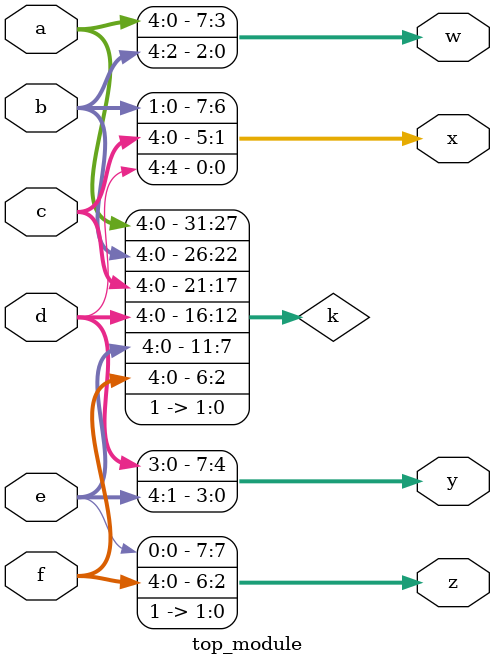
<source format=v>
module top_module (
    input [4:0] a, b, c, d, e, f,
    output [7:0] w, x, y, z );//
    wire [31:0] k;
    // assign { ... } = { ... };
    assign k={a,b,c,d,e,f,2'b11};
    assign w=k[31:24];
    assign x=k[23:16];
    assign y=k[15:8];
    assign z=k[7:0];
endmodule

</source>
